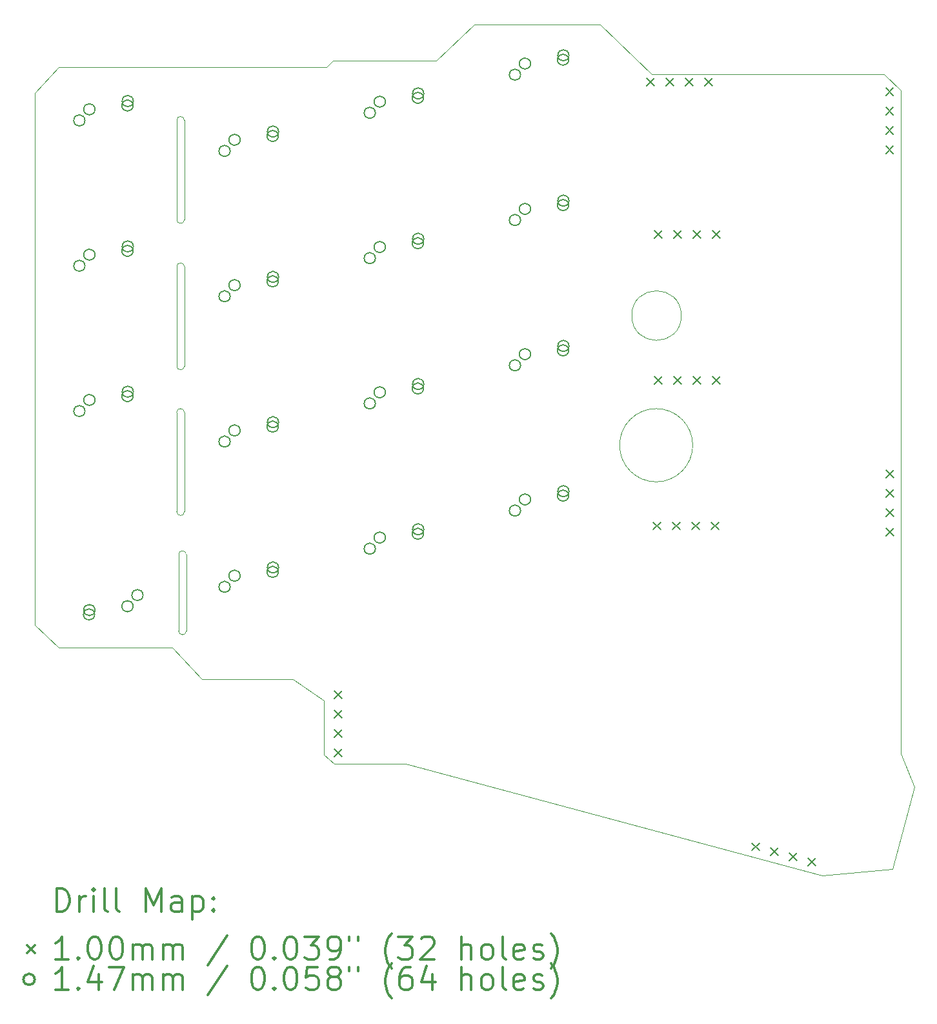
<source format=gbr>
%FSLAX45Y45*%
G04 Gerber Fmt 4.5, Leading zero omitted, Abs format (unit mm)*
G04 Created by KiCad (PCBNEW (5.1.4)-1) date 2023-02-11 17:21:32*
%MOMM*%
%LPD*%
G04 APERTURE LIST*
%ADD10C,0.050000*%
%ADD11C,0.200000*%
%ADD12C,0.300000*%
G04 APERTURE END LIST*
D10*
X3385000Y-54164000D02*
X3385000Y-55466000D01*
X3285000Y-54164000D02*
G75*
G02X3385000Y-54164000I50000J0D01*
G01*
X3285000Y-54164000D02*
X3285000Y-55466000D01*
X3385000Y-51636000D02*
G75*
G02X3285000Y-51636000I-50000J0D01*
G01*
X3285000Y-50334000D02*
X3285000Y-51636000D01*
X3285000Y-52254000D02*
X3285000Y-53556000D01*
X3385000Y-52254000D02*
X3385000Y-53556000D01*
X3285000Y-50334000D02*
G75*
G02X3385000Y-50334000I50000J0D01*
G01*
X3385000Y-53556000D02*
G75*
G02X3285000Y-53556000I-50000J0D01*
G01*
X3285000Y-52254000D02*
G75*
G02X3385000Y-52254000I50000J0D01*
G01*
X3385000Y-55466000D02*
G75*
G02X3285000Y-55466000I-50000J0D01*
G01*
X3385000Y-50334000D02*
X3385000Y-51636000D01*
X3410000Y-57030000D02*
G75*
G02X3310000Y-57030000I-50000J0D01*
G01*
X3310000Y-56030000D02*
G75*
G02X3410000Y-56030000I50000J0D01*
G01*
X3410000Y-56030000D02*
X3410000Y-57030000D01*
X3310000Y-56030000D02*
X3310000Y-57030000D01*
X1423279Y-56951295D02*
X1423279Y-49976295D01*
X12781480Y-49941016D02*
X12783421Y-58633812D01*
X5213279Y-57941295D02*
X4813279Y-57666295D01*
X1913279Y-57251295D02*
X1733279Y-57251295D01*
X1733279Y-49636295D02*
X1913279Y-49636295D01*
X10055000Y-54595000D02*
G75*
G03X10055000Y-54595000I-480000J0D01*
G01*
X9905000Y-52895000D02*
G75*
G03X9905000Y-52895000I-325000J0D01*
G01*
X5213279Y-57941295D02*
X5213279Y-58651295D01*
X6273279Y-58771295D02*
X6293279Y-58771295D01*
X12675419Y-60155040D02*
X11753279Y-60241295D01*
X12675419Y-60155040D02*
X12963232Y-59078860D01*
X3618279Y-57666295D02*
X3223279Y-57251295D01*
X12783421Y-58633812D02*
X12963232Y-59078860D01*
X6693279Y-49551295D02*
X7188279Y-49076295D01*
X5338279Y-49551295D02*
X5253279Y-49636295D01*
X12781480Y-49941016D02*
X12563279Y-49726295D01*
X8843279Y-49076295D02*
X7188279Y-49076295D01*
X3203279Y-57251295D02*
X3223279Y-57251295D01*
X9513279Y-49726295D02*
X12563279Y-49726295D01*
X1423279Y-56951295D02*
X1733279Y-57251295D01*
X8843279Y-49076295D02*
X9513279Y-49726295D01*
X6693279Y-49551295D02*
X5338279Y-49551295D01*
X3203279Y-57251295D02*
X1913279Y-57251295D01*
X3618279Y-57666295D02*
X4813279Y-57666295D01*
X5213279Y-58651295D02*
X5353279Y-58771295D01*
X6273279Y-58771295D02*
X5353279Y-58771295D01*
X1733279Y-49636295D02*
X1423279Y-49976295D01*
X11753279Y-60241295D02*
X6293279Y-58771295D01*
X1913279Y-49636295D02*
X5253279Y-49636295D01*
D11*
X9959629Y-49781554D02*
X10059629Y-49881554D01*
X10059629Y-49781554D02*
X9959629Y-49881554D01*
X12594060Y-55430489D02*
X12694060Y-55530489D01*
X12694060Y-55430489D02*
X12594060Y-55530489D01*
X5353279Y-57819295D02*
X5453279Y-57919295D01*
X5453279Y-57819295D02*
X5353279Y-57919295D01*
X5353279Y-58073295D02*
X5453279Y-58173295D01*
X5453279Y-58073295D02*
X5353279Y-58173295D01*
X5353279Y-58327295D02*
X5453279Y-58427295D01*
X5453279Y-58327295D02*
X5353279Y-58427295D01*
X5353279Y-58581295D02*
X5453279Y-58681295D01*
X5453279Y-58581295D02*
X5353279Y-58681295D01*
X10833279Y-59811295D02*
X10933279Y-59911295D01*
X10933279Y-59811295D02*
X10833279Y-59911295D01*
X11078624Y-59877035D02*
X11178624Y-59977035D01*
X11178624Y-59877035D02*
X11078624Y-59977035D01*
X11323969Y-59942775D02*
X11423969Y-60042775D01*
X11423969Y-59942775D02*
X11323969Y-60042775D01*
X11569314Y-60008515D02*
X11669314Y-60108515D01*
X11669314Y-60008515D02*
X11569314Y-60108515D01*
X9551629Y-51781554D02*
X9651629Y-51881554D01*
X9651629Y-51781554D02*
X9551629Y-51881554D01*
X9805629Y-51781554D02*
X9905629Y-51881554D01*
X9905629Y-51781554D02*
X9805629Y-51881554D01*
X10059629Y-51781554D02*
X10159629Y-51881554D01*
X10159629Y-51781554D02*
X10059629Y-51881554D01*
X10313629Y-51781554D02*
X10413629Y-51881554D01*
X10413629Y-51781554D02*
X10313629Y-51881554D01*
X9451629Y-49781554D02*
X9551629Y-49881554D01*
X9551629Y-49781554D02*
X9451629Y-49881554D01*
X9705629Y-49781554D02*
X9805629Y-49881554D01*
X9805629Y-49781554D02*
X9705629Y-49881554D01*
X10213629Y-49781554D02*
X10313629Y-49881554D01*
X10313629Y-49781554D02*
X10213629Y-49881554D01*
X9537697Y-55602097D02*
X9637697Y-55702097D01*
X9637697Y-55602097D02*
X9537697Y-55702097D01*
X9791697Y-55602097D02*
X9891697Y-55702097D01*
X9891697Y-55602097D02*
X9791697Y-55702097D01*
X10045697Y-55602097D02*
X10145697Y-55702097D01*
X10145697Y-55602097D02*
X10045697Y-55702097D01*
X10299697Y-55602097D02*
X10399697Y-55702097D01*
X10399697Y-55602097D02*
X10299697Y-55702097D01*
X12594060Y-54922489D02*
X12694060Y-55022489D01*
X12694060Y-54922489D02*
X12594060Y-55022489D01*
X12594060Y-55176489D02*
X12694060Y-55276489D01*
X12694060Y-55176489D02*
X12594060Y-55276489D01*
X12594060Y-55684489D02*
X12694060Y-55784489D01*
X12694060Y-55684489D02*
X12594060Y-55784489D01*
X9553416Y-53693520D02*
X9653416Y-53793520D01*
X9653416Y-53693520D02*
X9553416Y-53793520D01*
X9807416Y-53693520D02*
X9907416Y-53793520D01*
X9907416Y-53693520D02*
X9807416Y-53793520D01*
X10061416Y-53693520D02*
X10161416Y-53793520D01*
X10161416Y-53693520D02*
X10061416Y-53793520D01*
X10315416Y-53693520D02*
X10415416Y-53793520D01*
X10415416Y-53693520D02*
X10315416Y-53793520D01*
X12587609Y-49909830D02*
X12687609Y-50009830D01*
X12687609Y-49909830D02*
X12587609Y-50009830D01*
X12587609Y-50163830D02*
X12687609Y-50263830D01*
X12687609Y-50163830D02*
X12587609Y-50263830D01*
X12587609Y-50417830D02*
X12687609Y-50517830D01*
X12687609Y-50417830D02*
X12587609Y-50517830D01*
X12587609Y-50671830D02*
X12687609Y-50771830D01*
X12687609Y-50671830D02*
X12587609Y-50771830D01*
X3985779Y-50736000D02*
G75*
G03X3985779Y-50736000I-73500J0D01*
G01*
X4116779Y-50590000D02*
G75*
G03X4116779Y-50590000I-73500J0D01*
G01*
X4616779Y-50540000D02*
G75*
G03X4616779Y-50540000I-73500J0D01*
G01*
X4620779Y-50482000D02*
G75*
G03X4620779Y-50482000I-73500J0D01*
G01*
X7795779Y-51642295D02*
G75*
G03X7795779Y-51642295I-73500J0D01*
G01*
X7926779Y-51496295D02*
G75*
G03X7926779Y-51496295I-73500J0D01*
G01*
X8426779Y-51446295D02*
G75*
G03X8426779Y-51446295I-73500J0D01*
G01*
X8430779Y-51388295D02*
G75*
G03X8430779Y-51388295I-73500J0D01*
G01*
X5890779Y-54047295D02*
G75*
G03X5890779Y-54047295I-73500J0D01*
G01*
X6021779Y-53901295D02*
G75*
G03X6021779Y-53901295I-73500J0D01*
G01*
X6521779Y-53851295D02*
G75*
G03X6521779Y-53851295I-73500J0D01*
G01*
X6525779Y-53793295D02*
G75*
G03X6525779Y-53793295I-73500J0D01*
G01*
X2080779Y-52242295D02*
G75*
G03X2080779Y-52242295I-73500J0D01*
G01*
X2211779Y-52096295D02*
G75*
G03X2211779Y-52096295I-73500J0D01*
G01*
X2711779Y-52046295D02*
G75*
G03X2711779Y-52046295I-73500J0D01*
G01*
X2715779Y-51988295D02*
G75*
G03X2715779Y-51988295I-73500J0D01*
G01*
X7795779Y-55452295D02*
G75*
G03X7795779Y-55452295I-73500J0D01*
G01*
X7926779Y-55306295D02*
G75*
G03X7926779Y-55306295I-73500J0D01*
G01*
X8426779Y-55256295D02*
G75*
G03X8426779Y-55256295I-73500J0D01*
G01*
X8430779Y-55198295D02*
G75*
G03X8430779Y-55198295I-73500J0D01*
G01*
X5890779Y-50236000D02*
G75*
G03X5890779Y-50236000I-73500J0D01*
G01*
X6021779Y-50090000D02*
G75*
G03X6021779Y-50090000I-73500J0D01*
G01*
X6521779Y-50040000D02*
G75*
G03X6521779Y-50040000I-73500J0D01*
G01*
X6525779Y-49982000D02*
G75*
G03X6525779Y-49982000I-73500J0D01*
G01*
X7795779Y-49736000D02*
G75*
G03X7795779Y-49736000I-73500J0D01*
G01*
X7926779Y-49590000D02*
G75*
G03X7926779Y-49590000I-73500J0D01*
G01*
X8426779Y-49540000D02*
G75*
G03X8426779Y-49540000I-73500J0D01*
G01*
X8430779Y-49482000D02*
G75*
G03X8430779Y-49482000I-73500J0D01*
G01*
X5890779Y-52142295D02*
G75*
G03X5890779Y-52142295I-73500J0D01*
G01*
X6021779Y-51996295D02*
G75*
G03X6021779Y-51996295I-73500J0D01*
G01*
X6521779Y-51946295D02*
G75*
G03X6521779Y-51946295I-73500J0D01*
G01*
X6525779Y-51888295D02*
G75*
G03X6525779Y-51888295I-73500J0D01*
G01*
X3985779Y-54547295D02*
G75*
G03X3985779Y-54547295I-73500J0D01*
G01*
X4116779Y-54401295D02*
G75*
G03X4116779Y-54401295I-73500J0D01*
G01*
X4616779Y-54351295D02*
G75*
G03X4616779Y-54351295I-73500J0D01*
G01*
X4620779Y-54293295D02*
G75*
G03X4620779Y-54293295I-73500J0D01*
G01*
X2080779Y-54147295D02*
G75*
G03X2080779Y-54147295I-73500J0D01*
G01*
X2211779Y-54001295D02*
G75*
G03X2211779Y-54001295I-73500J0D01*
G01*
X2711779Y-53951295D02*
G75*
G03X2711779Y-53951295I-73500J0D01*
G01*
X2715779Y-53893295D02*
G75*
G03X2715779Y-53893295I-73500J0D01*
G01*
X3985779Y-52642295D02*
G75*
G03X3985779Y-52642295I-73500J0D01*
G01*
X4116779Y-52496295D02*
G75*
G03X4116779Y-52496295I-73500J0D01*
G01*
X4616779Y-52446295D02*
G75*
G03X4616779Y-52446295I-73500J0D01*
G01*
X4620779Y-52388295D02*
G75*
G03X4620779Y-52388295I-73500J0D01*
G01*
X5890779Y-55952295D02*
G75*
G03X5890779Y-55952295I-73500J0D01*
G01*
X6021779Y-55806295D02*
G75*
G03X6021779Y-55806295I-73500J0D01*
G01*
X6521779Y-55756295D02*
G75*
G03X6521779Y-55756295I-73500J0D01*
G01*
X6525779Y-55698295D02*
G75*
G03X6525779Y-55698295I-73500J0D01*
G01*
X2080779Y-50336000D02*
G75*
G03X2080779Y-50336000I-73500J0D01*
G01*
X2211779Y-50190000D02*
G75*
G03X2211779Y-50190000I-73500J0D01*
G01*
X2711779Y-50140000D02*
G75*
G03X2711779Y-50140000I-73500J0D01*
G01*
X2715779Y-50082000D02*
G75*
G03X2715779Y-50082000I-73500J0D01*
G01*
X2207779Y-56814295D02*
G75*
G03X2207779Y-56814295I-73500J0D01*
G01*
X2211779Y-56756295D02*
G75*
G03X2211779Y-56756295I-73500J0D01*
G01*
X2711779Y-56706295D02*
G75*
G03X2711779Y-56706295I-73500J0D01*
G01*
X2842779Y-56560295D02*
G75*
G03X2842779Y-56560295I-73500J0D01*
G01*
X7795779Y-53547295D02*
G75*
G03X7795779Y-53547295I-73500J0D01*
G01*
X7926779Y-53401295D02*
G75*
G03X7926779Y-53401295I-73500J0D01*
G01*
X8426779Y-53351295D02*
G75*
G03X8426779Y-53351295I-73500J0D01*
G01*
X8430779Y-53293295D02*
G75*
G03X8430779Y-53293295I-73500J0D01*
G01*
X3985779Y-56452295D02*
G75*
G03X3985779Y-56452295I-73500J0D01*
G01*
X4116779Y-56306295D02*
G75*
G03X4116779Y-56306295I-73500J0D01*
G01*
X4616779Y-56256295D02*
G75*
G03X4616779Y-56256295I-73500J0D01*
G01*
X4620779Y-56198295D02*
G75*
G03X4620779Y-56198295I-73500J0D01*
G01*
D12*
X1707207Y-60709509D02*
X1707207Y-60409509D01*
X1778636Y-60409509D01*
X1821493Y-60423795D01*
X1850064Y-60452367D01*
X1864350Y-60480938D01*
X1878636Y-60538081D01*
X1878636Y-60580938D01*
X1864350Y-60638081D01*
X1850064Y-60666652D01*
X1821493Y-60695224D01*
X1778636Y-60709509D01*
X1707207Y-60709509D01*
X2007207Y-60709509D02*
X2007207Y-60509509D01*
X2007207Y-60566652D02*
X2021493Y-60538081D01*
X2035779Y-60523795D01*
X2064350Y-60509509D01*
X2092922Y-60509509D01*
X2192922Y-60709509D02*
X2192922Y-60509509D01*
X2192922Y-60409509D02*
X2178636Y-60423795D01*
X2192922Y-60438081D01*
X2207207Y-60423795D01*
X2192922Y-60409509D01*
X2192922Y-60438081D01*
X2378636Y-60709509D02*
X2350065Y-60695224D01*
X2335779Y-60666652D01*
X2335779Y-60409509D01*
X2535779Y-60709509D02*
X2507207Y-60695224D01*
X2492922Y-60666652D01*
X2492922Y-60409509D01*
X2878636Y-60709509D02*
X2878636Y-60409509D01*
X2978636Y-60623795D01*
X3078636Y-60409509D01*
X3078636Y-60709509D01*
X3350064Y-60709509D02*
X3350064Y-60552367D01*
X3335779Y-60523795D01*
X3307207Y-60509509D01*
X3250064Y-60509509D01*
X3221493Y-60523795D01*
X3350064Y-60695224D02*
X3321493Y-60709509D01*
X3250064Y-60709509D01*
X3221493Y-60695224D01*
X3207207Y-60666652D01*
X3207207Y-60638081D01*
X3221493Y-60609509D01*
X3250064Y-60595224D01*
X3321493Y-60595224D01*
X3350064Y-60580938D01*
X3492922Y-60509509D02*
X3492922Y-60809509D01*
X3492922Y-60523795D02*
X3521493Y-60509509D01*
X3578636Y-60509509D01*
X3607207Y-60523795D01*
X3621493Y-60538081D01*
X3635779Y-60566652D01*
X3635779Y-60652367D01*
X3621493Y-60680938D01*
X3607207Y-60695224D01*
X3578636Y-60709509D01*
X3521493Y-60709509D01*
X3492922Y-60695224D01*
X3764350Y-60680938D02*
X3778636Y-60695224D01*
X3764350Y-60709509D01*
X3750064Y-60695224D01*
X3764350Y-60680938D01*
X3764350Y-60709509D01*
X3764350Y-60523795D02*
X3778636Y-60538081D01*
X3764350Y-60552367D01*
X3750064Y-60538081D01*
X3764350Y-60523795D01*
X3764350Y-60552367D01*
X1320779Y-61153795D02*
X1420779Y-61253795D01*
X1420779Y-61153795D02*
X1320779Y-61253795D01*
X1864350Y-61339509D02*
X1692922Y-61339509D01*
X1778636Y-61339509D02*
X1778636Y-61039509D01*
X1750064Y-61082367D01*
X1721493Y-61110938D01*
X1692922Y-61125224D01*
X1992922Y-61310938D02*
X2007207Y-61325224D01*
X1992922Y-61339509D01*
X1978636Y-61325224D01*
X1992922Y-61310938D01*
X1992922Y-61339509D01*
X2192922Y-61039509D02*
X2221493Y-61039509D01*
X2250065Y-61053795D01*
X2264350Y-61068081D01*
X2278636Y-61096652D01*
X2292922Y-61153795D01*
X2292922Y-61225224D01*
X2278636Y-61282367D01*
X2264350Y-61310938D01*
X2250065Y-61325224D01*
X2221493Y-61339509D01*
X2192922Y-61339509D01*
X2164350Y-61325224D01*
X2150065Y-61310938D01*
X2135779Y-61282367D01*
X2121493Y-61225224D01*
X2121493Y-61153795D01*
X2135779Y-61096652D01*
X2150065Y-61068081D01*
X2164350Y-61053795D01*
X2192922Y-61039509D01*
X2478636Y-61039509D02*
X2507207Y-61039509D01*
X2535779Y-61053795D01*
X2550065Y-61068081D01*
X2564350Y-61096652D01*
X2578636Y-61153795D01*
X2578636Y-61225224D01*
X2564350Y-61282367D01*
X2550065Y-61310938D01*
X2535779Y-61325224D01*
X2507207Y-61339509D01*
X2478636Y-61339509D01*
X2450065Y-61325224D01*
X2435779Y-61310938D01*
X2421493Y-61282367D01*
X2407207Y-61225224D01*
X2407207Y-61153795D01*
X2421493Y-61096652D01*
X2435779Y-61068081D01*
X2450065Y-61053795D01*
X2478636Y-61039509D01*
X2707207Y-61339509D02*
X2707207Y-61139509D01*
X2707207Y-61168081D02*
X2721493Y-61153795D01*
X2750065Y-61139509D01*
X2792922Y-61139509D01*
X2821493Y-61153795D01*
X2835779Y-61182367D01*
X2835779Y-61339509D01*
X2835779Y-61182367D02*
X2850064Y-61153795D01*
X2878636Y-61139509D01*
X2921493Y-61139509D01*
X2950064Y-61153795D01*
X2964350Y-61182367D01*
X2964350Y-61339509D01*
X3107207Y-61339509D02*
X3107207Y-61139509D01*
X3107207Y-61168081D02*
X3121493Y-61153795D01*
X3150064Y-61139509D01*
X3192922Y-61139509D01*
X3221493Y-61153795D01*
X3235779Y-61182367D01*
X3235779Y-61339509D01*
X3235779Y-61182367D02*
X3250064Y-61153795D01*
X3278636Y-61139509D01*
X3321493Y-61139509D01*
X3350064Y-61153795D01*
X3364350Y-61182367D01*
X3364350Y-61339509D01*
X3950064Y-61025224D02*
X3692922Y-61410938D01*
X4335779Y-61039509D02*
X4364350Y-61039509D01*
X4392922Y-61053795D01*
X4407207Y-61068081D01*
X4421493Y-61096652D01*
X4435779Y-61153795D01*
X4435779Y-61225224D01*
X4421493Y-61282367D01*
X4407207Y-61310938D01*
X4392922Y-61325224D01*
X4364350Y-61339509D01*
X4335779Y-61339509D01*
X4307207Y-61325224D01*
X4292922Y-61310938D01*
X4278636Y-61282367D01*
X4264350Y-61225224D01*
X4264350Y-61153795D01*
X4278636Y-61096652D01*
X4292922Y-61068081D01*
X4307207Y-61053795D01*
X4335779Y-61039509D01*
X4564350Y-61310938D02*
X4578636Y-61325224D01*
X4564350Y-61339509D01*
X4550065Y-61325224D01*
X4564350Y-61310938D01*
X4564350Y-61339509D01*
X4764350Y-61039509D02*
X4792922Y-61039509D01*
X4821493Y-61053795D01*
X4835779Y-61068081D01*
X4850065Y-61096652D01*
X4864350Y-61153795D01*
X4864350Y-61225224D01*
X4850065Y-61282367D01*
X4835779Y-61310938D01*
X4821493Y-61325224D01*
X4792922Y-61339509D01*
X4764350Y-61339509D01*
X4735779Y-61325224D01*
X4721493Y-61310938D01*
X4707207Y-61282367D01*
X4692922Y-61225224D01*
X4692922Y-61153795D01*
X4707207Y-61096652D01*
X4721493Y-61068081D01*
X4735779Y-61053795D01*
X4764350Y-61039509D01*
X4964350Y-61039509D02*
X5150065Y-61039509D01*
X5050065Y-61153795D01*
X5092922Y-61153795D01*
X5121493Y-61168081D01*
X5135779Y-61182367D01*
X5150065Y-61210938D01*
X5150065Y-61282367D01*
X5135779Y-61310938D01*
X5121493Y-61325224D01*
X5092922Y-61339509D01*
X5007207Y-61339509D01*
X4978636Y-61325224D01*
X4964350Y-61310938D01*
X5292922Y-61339509D02*
X5350065Y-61339509D01*
X5378636Y-61325224D01*
X5392922Y-61310938D01*
X5421493Y-61268081D01*
X5435779Y-61210938D01*
X5435779Y-61096652D01*
X5421493Y-61068081D01*
X5407207Y-61053795D01*
X5378636Y-61039509D01*
X5321493Y-61039509D01*
X5292922Y-61053795D01*
X5278636Y-61068081D01*
X5264350Y-61096652D01*
X5264350Y-61168081D01*
X5278636Y-61196652D01*
X5292922Y-61210938D01*
X5321493Y-61225224D01*
X5378636Y-61225224D01*
X5407207Y-61210938D01*
X5421493Y-61196652D01*
X5435779Y-61168081D01*
X5550065Y-61039509D02*
X5550065Y-61096652D01*
X5664350Y-61039509D02*
X5664350Y-61096652D01*
X6107207Y-61453795D02*
X6092922Y-61439509D01*
X6064350Y-61396652D01*
X6050064Y-61368081D01*
X6035779Y-61325224D01*
X6021493Y-61253795D01*
X6021493Y-61196652D01*
X6035779Y-61125224D01*
X6050064Y-61082367D01*
X6064350Y-61053795D01*
X6092922Y-61010938D01*
X6107207Y-60996652D01*
X6192922Y-61039509D02*
X6378636Y-61039509D01*
X6278636Y-61153795D01*
X6321493Y-61153795D01*
X6350064Y-61168081D01*
X6364350Y-61182367D01*
X6378636Y-61210938D01*
X6378636Y-61282367D01*
X6364350Y-61310938D01*
X6350064Y-61325224D01*
X6321493Y-61339509D01*
X6235779Y-61339509D01*
X6207207Y-61325224D01*
X6192922Y-61310938D01*
X6492922Y-61068081D02*
X6507207Y-61053795D01*
X6535779Y-61039509D01*
X6607207Y-61039509D01*
X6635779Y-61053795D01*
X6650064Y-61068081D01*
X6664350Y-61096652D01*
X6664350Y-61125224D01*
X6650064Y-61168081D01*
X6478636Y-61339509D01*
X6664350Y-61339509D01*
X7021493Y-61339509D02*
X7021493Y-61039509D01*
X7150064Y-61339509D02*
X7150064Y-61182367D01*
X7135779Y-61153795D01*
X7107207Y-61139509D01*
X7064350Y-61139509D01*
X7035779Y-61153795D01*
X7021493Y-61168081D01*
X7335779Y-61339509D02*
X7307207Y-61325224D01*
X7292922Y-61310938D01*
X7278636Y-61282367D01*
X7278636Y-61196652D01*
X7292922Y-61168081D01*
X7307207Y-61153795D01*
X7335779Y-61139509D01*
X7378636Y-61139509D01*
X7407207Y-61153795D01*
X7421493Y-61168081D01*
X7435779Y-61196652D01*
X7435779Y-61282367D01*
X7421493Y-61310938D01*
X7407207Y-61325224D01*
X7378636Y-61339509D01*
X7335779Y-61339509D01*
X7607207Y-61339509D02*
X7578636Y-61325224D01*
X7564350Y-61296652D01*
X7564350Y-61039509D01*
X7835779Y-61325224D02*
X7807207Y-61339509D01*
X7750064Y-61339509D01*
X7721493Y-61325224D01*
X7707207Y-61296652D01*
X7707207Y-61182367D01*
X7721493Y-61153795D01*
X7750064Y-61139509D01*
X7807207Y-61139509D01*
X7835779Y-61153795D01*
X7850064Y-61182367D01*
X7850064Y-61210938D01*
X7707207Y-61239509D01*
X7964350Y-61325224D02*
X7992922Y-61339509D01*
X8050064Y-61339509D01*
X8078636Y-61325224D01*
X8092922Y-61296652D01*
X8092922Y-61282367D01*
X8078636Y-61253795D01*
X8050064Y-61239509D01*
X8007207Y-61239509D01*
X7978636Y-61225224D01*
X7964350Y-61196652D01*
X7964350Y-61182367D01*
X7978636Y-61153795D01*
X8007207Y-61139509D01*
X8050064Y-61139509D01*
X8078636Y-61153795D01*
X8192922Y-61453795D02*
X8207207Y-61439509D01*
X8235779Y-61396652D01*
X8250064Y-61368081D01*
X8264350Y-61325224D01*
X8278636Y-61253795D01*
X8278636Y-61196652D01*
X8264350Y-61125224D01*
X8250064Y-61082367D01*
X8235779Y-61053795D01*
X8207207Y-61010938D01*
X8192922Y-60996652D01*
X1420779Y-61599795D02*
G75*
G03X1420779Y-61599795I-73500J0D01*
G01*
X1864350Y-61735509D02*
X1692922Y-61735509D01*
X1778636Y-61735509D02*
X1778636Y-61435509D01*
X1750064Y-61478367D01*
X1721493Y-61506938D01*
X1692922Y-61521224D01*
X1992922Y-61706938D02*
X2007207Y-61721224D01*
X1992922Y-61735509D01*
X1978636Y-61721224D01*
X1992922Y-61706938D01*
X1992922Y-61735509D01*
X2264350Y-61535509D02*
X2264350Y-61735509D01*
X2192922Y-61421224D02*
X2121493Y-61635509D01*
X2307207Y-61635509D01*
X2392922Y-61435509D02*
X2592922Y-61435509D01*
X2464350Y-61735509D01*
X2707207Y-61735509D02*
X2707207Y-61535509D01*
X2707207Y-61564081D02*
X2721493Y-61549795D01*
X2750065Y-61535509D01*
X2792922Y-61535509D01*
X2821493Y-61549795D01*
X2835779Y-61578367D01*
X2835779Y-61735509D01*
X2835779Y-61578367D02*
X2850064Y-61549795D01*
X2878636Y-61535509D01*
X2921493Y-61535509D01*
X2950064Y-61549795D01*
X2964350Y-61578367D01*
X2964350Y-61735509D01*
X3107207Y-61735509D02*
X3107207Y-61535509D01*
X3107207Y-61564081D02*
X3121493Y-61549795D01*
X3150064Y-61535509D01*
X3192922Y-61535509D01*
X3221493Y-61549795D01*
X3235779Y-61578367D01*
X3235779Y-61735509D01*
X3235779Y-61578367D02*
X3250064Y-61549795D01*
X3278636Y-61535509D01*
X3321493Y-61535509D01*
X3350064Y-61549795D01*
X3364350Y-61578367D01*
X3364350Y-61735509D01*
X3950064Y-61421224D02*
X3692922Y-61806938D01*
X4335779Y-61435509D02*
X4364350Y-61435509D01*
X4392922Y-61449795D01*
X4407207Y-61464081D01*
X4421493Y-61492652D01*
X4435779Y-61549795D01*
X4435779Y-61621224D01*
X4421493Y-61678367D01*
X4407207Y-61706938D01*
X4392922Y-61721224D01*
X4364350Y-61735509D01*
X4335779Y-61735509D01*
X4307207Y-61721224D01*
X4292922Y-61706938D01*
X4278636Y-61678367D01*
X4264350Y-61621224D01*
X4264350Y-61549795D01*
X4278636Y-61492652D01*
X4292922Y-61464081D01*
X4307207Y-61449795D01*
X4335779Y-61435509D01*
X4564350Y-61706938D02*
X4578636Y-61721224D01*
X4564350Y-61735509D01*
X4550065Y-61721224D01*
X4564350Y-61706938D01*
X4564350Y-61735509D01*
X4764350Y-61435509D02*
X4792922Y-61435509D01*
X4821493Y-61449795D01*
X4835779Y-61464081D01*
X4850065Y-61492652D01*
X4864350Y-61549795D01*
X4864350Y-61621224D01*
X4850065Y-61678367D01*
X4835779Y-61706938D01*
X4821493Y-61721224D01*
X4792922Y-61735509D01*
X4764350Y-61735509D01*
X4735779Y-61721224D01*
X4721493Y-61706938D01*
X4707207Y-61678367D01*
X4692922Y-61621224D01*
X4692922Y-61549795D01*
X4707207Y-61492652D01*
X4721493Y-61464081D01*
X4735779Y-61449795D01*
X4764350Y-61435509D01*
X5135779Y-61435509D02*
X4992922Y-61435509D01*
X4978636Y-61578367D01*
X4992922Y-61564081D01*
X5021493Y-61549795D01*
X5092922Y-61549795D01*
X5121493Y-61564081D01*
X5135779Y-61578367D01*
X5150065Y-61606938D01*
X5150065Y-61678367D01*
X5135779Y-61706938D01*
X5121493Y-61721224D01*
X5092922Y-61735509D01*
X5021493Y-61735509D01*
X4992922Y-61721224D01*
X4978636Y-61706938D01*
X5321493Y-61564081D02*
X5292922Y-61549795D01*
X5278636Y-61535509D01*
X5264350Y-61506938D01*
X5264350Y-61492652D01*
X5278636Y-61464081D01*
X5292922Y-61449795D01*
X5321493Y-61435509D01*
X5378636Y-61435509D01*
X5407207Y-61449795D01*
X5421493Y-61464081D01*
X5435779Y-61492652D01*
X5435779Y-61506938D01*
X5421493Y-61535509D01*
X5407207Y-61549795D01*
X5378636Y-61564081D01*
X5321493Y-61564081D01*
X5292922Y-61578367D01*
X5278636Y-61592652D01*
X5264350Y-61621224D01*
X5264350Y-61678367D01*
X5278636Y-61706938D01*
X5292922Y-61721224D01*
X5321493Y-61735509D01*
X5378636Y-61735509D01*
X5407207Y-61721224D01*
X5421493Y-61706938D01*
X5435779Y-61678367D01*
X5435779Y-61621224D01*
X5421493Y-61592652D01*
X5407207Y-61578367D01*
X5378636Y-61564081D01*
X5550065Y-61435509D02*
X5550065Y-61492652D01*
X5664350Y-61435509D02*
X5664350Y-61492652D01*
X6107207Y-61849795D02*
X6092922Y-61835509D01*
X6064350Y-61792652D01*
X6050064Y-61764081D01*
X6035779Y-61721224D01*
X6021493Y-61649795D01*
X6021493Y-61592652D01*
X6035779Y-61521224D01*
X6050064Y-61478367D01*
X6064350Y-61449795D01*
X6092922Y-61406938D01*
X6107207Y-61392652D01*
X6350064Y-61435509D02*
X6292922Y-61435509D01*
X6264350Y-61449795D01*
X6250064Y-61464081D01*
X6221493Y-61506938D01*
X6207207Y-61564081D01*
X6207207Y-61678367D01*
X6221493Y-61706938D01*
X6235779Y-61721224D01*
X6264350Y-61735509D01*
X6321493Y-61735509D01*
X6350064Y-61721224D01*
X6364350Y-61706938D01*
X6378636Y-61678367D01*
X6378636Y-61606938D01*
X6364350Y-61578367D01*
X6350064Y-61564081D01*
X6321493Y-61549795D01*
X6264350Y-61549795D01*
X6235779Y-61564081D01*
X6221493Y-61578367D01*
X6207207Y-61606938D01*
X6635779Y-61535509D02*
X6635779Y-61735509D01*
X6564350Y-61421224D02*
X6492922Y-61635509D01*
X6678636Y-61635509D01*
X7021493Y-61735509D02*
X7021493Y-61435509D01*
X7150064Y-61735509D02*
X7150064Y-61578367D01*
X7135779Y-61549795D01*
X7107207Y-61535509D01*
X7064350Y-61535509D01*
X7035779Y-61549795D01*
X7021493Y-61564081D01*
X7335779Y-61735509D02*
X7307207Y-61721224D01*
X7292922Y-61706938D01*
X7278636Y-61678367D01*
X7278636Y-61592652D01*
X7292922Y-61564081D01*
X7307207Y-61549795D01*
X7335779Y-61535509D01*
X7378636Y-61535509D01*
X7407207Y-61549795D01*
X7421493Y-61564081D01*
X7435779Y-61592652D01*
X7435779Y-61678367D01*
X7421493Y-61706938D01*
X7407207Y-61721224D01*
X7378636Y-61735509D01*
X7335779Y-61735509D01*
X7607207Y-61735509D02*
X7578636Y-61721224D01*
X7564350Y-61692652D01*
X7564350Y-61435509D01*
X7835779Y-61721224D02*
X7807207Y-61735509D01*
X7750064Y-61735509D01*
X7721493Y-61721224D01*
X7707207Y-61692652D01*
X7707207Y-61578367D01*
X7721493Y-61549795D01*
X7750064Y-61535509D01*
X7807207Y-61535509D01*
X7835779Y-61549795D01*
X7850064Y-61578367D01*
X7850064Y-61606938D01*
X7707207Y-61635509D01*
X7964350Y-61721224D02*
X7992922Y-61735509D01*
X8050064Y-61735509D01*
X8078636Y-61721224D01*
X8092922Y-61692652D01*
X8092922Y-61678367D01*
X8078636Y-61649795D01*
X8050064Y-61635509D01*
X8007207Y-61635509D01*
X7978636Y-61621224D01*
X7964350Y-61592652D01*
X7964350Y-61578367D01*
X7978636Y-61549795D01*
X8007207Y-61535509D01*
X8050064Y-61535509D01*
X8078636Y-61549795D01*
X8192922Y-61849795D02*
X8207207Y-61835509D01*
X8235779Y-61792652D01*
X8250064Y-61764081D01*
X8264350Y-61721224D01*
X8278636Y-61649795D01*
X8278636Y-61592652D01*
X8264350Y-61521224D01*
X8250064Y-61478367D01*
X8235779Y-61449795D01*
X8207207Y-61406938D01*
X8192922Y-61392652D01*
M02*

</source>
